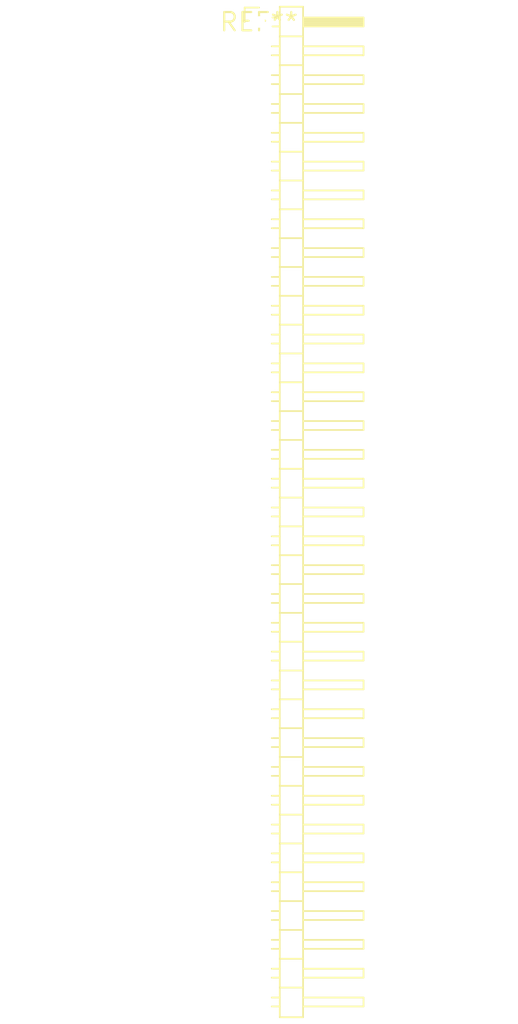
<source format=kicad_pcb>
(kicad_pcb (version 20240108) (generator pcbnew)
  (layers (0 "F.Cu" signal) (31 "B.Cu" signal) (34 "B.Paste" user) (35 "F.Paste" user) (36 "B.SilkS" user "B.Silkscreen") (37 "F.SilkS" user "F.Silkscreen") (38 "B.Mask" user) (39 "F.Mask" user) (44 "Edge.Cuts" user))
  (net 0 "")
  (footprint "PinHeader_1x35_P2.00mm_Horizontal" (layer "F.Cu") (at 0 0)
    (property "Reference" "REF**")
    (property "Value" "PinHeader_1x35_P2.00mm_Horizontal")
    (fp_line (start -1 -1) (end 0 -1) (layer "F.SilkS") (stroke (width 0.12)))
    (fp_line (start -1 0) (end -1 -1) (layer "F.SilkS") (stroke (width 0.12)))
    (fp_line (start 0.882114 1.69) (end 1.44 1.69) (layer "F.SilkS") (stroke (width 0.12)))
    (fp_line (start 0.882114 2.31) (end 1.44 2.31) (layer "F.SilkS") (stroke (width 0.12)))
    (fp_line (start 0.882114 3.69) (end 1.44 3.69) (layer "F.SilkS") (stroke (width 0.12)))
    (fp_line (start 0.882114 4.31) (end 1.44 4.31) (layer "F.SilkS") (stroke (width 0.12)))
    (fp_line (start 0.882114 5.69) (end 1.44 5.69) (layer "F.SilkS") (stroke (width 0.12)))
    (fp_line (start 0.882114 6.31) (end 1.44 6.31) (layer "F.SilkS") (stroke (width 0.12)))
    (fp_line (start 0.882114 7.69) (end 1.44 7.69) (layer "F.SilkS") (stroke (width 0.12)))
    (fp_line (start 0.882114 8.31) (end 1.44 8.31) (layer "F.SilkS") (stroke (width 0.12)))
    (fp_line (start 0.882114 9.69) (end 1.44 9.69) (layer "F.SilkS") (stroke (width 0.12)))
    (fp_line (start 0.882114 10.31) (end 1.44 10.31) (layer "F.SilkS") (stroke (width 0.12)))
    (fp_line (start 0.882114 11.69) (end 1.44 11.69) (layer "F.SilkS") (stroke (width 0.12)))
    (fp_line (start 0.882114 12.31) (end 1.44 12.31) (layer "F.SilkS") (stroke (width 0.12)))
    (fp_line (start 0.882114 13.69) (end 1.44 13.69) (layer "F.SilkS") (stroke (width 0.12)))
    (fp_line (start 0.882114 14.31) (end 1.44 14.31) (layer "F.SilkS") (stroke (width 0.12)))
    (fp_line (start 0.882114 15.69) (end 1.44 15.69) (layer "F.SilkS") (stroke (width 0.12)))
    (fp_line (start 0.882114 16.31) (end 1.44 16.31) (layer "F.SilkS") (stroke (width 0.12)))
    (fp_line (start 0.882114 17.69) (end 1.44 17.69) (layer "F.SilkS") (stroke (width 0.12)))
    (fp_line (start 0.882114 18.31) (end 1.44 18.31) (layer "F.SilkS") (stroke (width 0.12)))
    (fp_line (start 0.882114 19.69) (end 1.44 19.69) (layer "F.SilkS") (stroke (width 0.12)))
    (fp_line (start 0.882114 20.31) (end 1.44 20.31) (layer "F.SilkS") (stroke (width 0.12)))
    (fp_line (start 0.882114 21.69) (end 1.44 21.69) (layer "F.SilkS") (stroke (width 0.12)))
    (fp_line (start 0.882114 22.31) (end 1.44 22.31) (layer "F.SilkS") (stroke (width 0.12)))
    (fp_line (start 0.882114 23.69) (end 1.44 23.69) (layer "F.SilkS") (stroke (width 0.12)))
    (fp_line (start 0.882114 24.31) (end 1.44 24.31) (layer "F.SilkS") (stroke (width 0.12)))
    (fp_line (start 0.882114 25.69) (end 1.44 25.69) (layer "F.SilkS") (stroke (width 0.12)))
    (fp_line (start 0.882114 26.31) (end 1.44 26.31) (layer "F.SilkS") (stroke (width 0.12)))
    (fp_line (start 0.882114 27.69) (end 1.44 27.69) (layer "F.SilkS") (stroke (width 0.12)))
    (fp_line (start 0.882114 28.31) (end 1.44 28.31) (layer "F.SilkS") (stroke (width 0.12)))
    (fp_line (start 0.882114 29.69) (end 1.44 29.69) (layer "F.SilkS") (stroke (width 0.12)))
    (fp_line (start 0.882114 30.31) (end 1.44 30.31) (layer "F.SilkS") (stroke (width 0.12)))
    (fp_line (start 0.882114 31.69) (end 1.44 31.69) (layer "F.SilkS") (stroke (width 0.12)))
    (fp_line (start 0.882114 32.31) (end 1.44 32.31) (layer "F.SilkS") (stroke (width 0.12)))
    (fp_line (start 0.882114 33.69) (end 1.44 33.69) (layer "F.SilkS") (stroke (width 0.12)))
    (fp_line (start 0.882114 34.31) (end 1.44 34.31) (layer "F.SilkS") (stroke (width 0.12)))
    (fp_line (start 0.882114 35.69) (end 1.44 35.69) (layer "F.SilkS") (stroke (width 0.12)))
    (fp_line (start 0.882114 36.31) (end 1.44 36.31) (layer "F.SilkS") (stroke (width 0.12)))
    (fp_line (start 0.882114 37.69) (end 1.44 37.69) (layer "F.SilkS") (stroke (width 0.12)))
    (fp_line (start 0.882114 38.31) (end 1.44 38.31) (layer "F.SilkS") (stroke (width 0.12)))
    (fp_line (start 0.882114 39.69) (end 1.44 39.69) (layer "F.SilkS") (stroke (width 0.12)))
    (fp_line (start 0.882114 40.31) (end 1.44 40.31) (layer "F.SilkS") (stroke (width 0.12)))
    (fp_line (start 0.882114 41.69) (end 1.44 41.69) (layer "F.SilkS") (stroke (width 0.12)))
    (fp_line (start 0.882114 42.31) (end 1.44 42.31) (layer "F.SilkS") (stroke (width 0.12)))
    (fp_line (start 0.882114 43.69) (end 1.44 43.69) (layer "F.SilkS") (stroke (width 0.12)))
    (fp_line (start 0.882114 44.31) (end 1.44 44.31) (layer "F.SilkS") (stroke (width 0.12)))
    (fp_line (start 0.882114 45.69) (end 1.44 45.69) (layer "F.SilkS") (stroke (width 0.12)))
    (fp_line (start 0.882114 46.31) (end 1.44 46.31) (layer "F.SilkS") (stroke (width 0.12)))
    (fp_line (start 0.882114 47.69) (end 1.44 47.69) (layer "F.SilkS") (stroke (width 0.12)))
    (fp_line (start 0.882114 48.31) (end 1.44 48.31) (layer "F.SilkS") (stroke (width 0.12)))
    (fp_line (start 0.882114 49.69) (end 1.44 49.69) (layer "F.SilkS") (stroke (width 0.12)))
    (fp_line (start 0.882114 50.31) (end 1.44 50.31) (layer "F.SilkS") (stroke (width 0.12)))
    (fp_line (start 0.882114 51.69) (end 1.44 51.69) (layer "F.SilkS") (stroke (width 0.12)))
    (fp_line (start 0.882114 52.31) (end 1.44 52.31) (layer "F.SilkS") (stroke (width 0.12)))
    (fp_line (start 0.882114 53.69) (end 1.44 53.69) (layer "F.SilkS") (stroke (width 0.12)))
    (fp_line (start 0.882114 54.31) (end 1.44 54.31) (layer "F.SilkS") (stroke (width 0.12)))
    (fp_line (start 0.882114 55.69) (end 1.44 55.69) (layer "F.SilkS") (stroke (width 0.12)))
    (fp_line (start 0.882114 56.31) (end 1.44 56.31) (layer "F.SilkS") (stroke (width 0.12)))
    (fp_line (start 0.882114 57.69) (end 1.44 57.69) (layer "F.SilkS") (stroke (width 0.12)))
    (fp_line (start 0.882114 58.31) (end 1.44 58.31) (layer "F.SilkS") (stroke (width 0.12)))
    (fp_line (start 0.882114 59.69) (end 1.44 59.69) (layer "F.SilkS") (stroke (width 0.12)))
    (fp_line (start 0.882114 60.31) (end 1.44 60.31) (layer "F.SilkS") (stroke (width 0.12)))
    (fp_line (start 0.882114 61.69) (end 1.44 61.69) (layer "F.SilkS") (stroke (width 0.12)))
    (fp_line (start 0.882114 62.31) (end 1.44 62.31) (layer "F.SilkS") (stroke (width 0.12)))
    (fp_line (start 0.882114 63.69) (end 1.44 63.69) (layer "F.SilkS") (stroke (width 0.12)))
    (fp_line (start 0.882114 64.31) (end 1.44 64.31) (layer "F.SilkS") (stroke (width 0.12)))
    (fp_line (start 0.882114 65.69) (end 1.44 65.69) (layer "F.SilkS") (stroke (width 0.12)))
    (fp_line (start 0.882114 66.31) (end 1.44 66.31) (layer "F.SilkS") (stroke (width 0.12)))
    (fp_line (start 0.882114 67.69) (end 1.44 67.69) (layer "F.SilkS") (stroke (width 0.12)))
    (fp_line (start 0.882114 68.31) (end 1.44 68.31) (layer "F.SilkS") (stroke (width 0.12)))
    (fp_line (start 0.935 -0.31) (end 1.44 -0.31) (layer "F.SilkS") (stroke (width 0.12)))
    (fp_line (start 0.935 0.31) (end 1.44 0.31) (layer "F.SilkS") (stroke (width 0.12)))
    (fp_line (start 1.44 -1.06) (end 1.44 69.06) (layer "F.SilkS") (stroke (width 0.12)))
    (fp_line (start 1.44 1) (end 3.06 1) (layer "F.SilkS") (stroke (width 0.12)))
    (fp_line (start 1.44 3) (end 3.06 3) (layer "F.SilkS") (stroke (width 0.12)))
    (fp_line (start 1.44 5) (end 3.06 5) (layer "F.SilkS") (stroke (width 0.12)))
    (fp_line (start 1.44 7) (end 3.06 7) (layer "F.SilkS") (stroke (width 0.12)))
    (fp_line (start 1.44 9) (end 3.06 9) (layer "F.SilkS") (stroke (width 0.12)))
    (fp_line (start 1.44 11) (end 3.06 11) (layer "F.SilkS") (stroke (width 0.12)))
    (fp_line (start 1.44 13) (end 3.06 13) (layer "F.SilkS") (stroke (width 0.12)))
    (fp_line (start 1.44 15) (end 3.06 15) (layer "F.SilkS") (stroke (width 0.12)))
    (fp_line (start 1.44 17) (end 3.06 17) (layer "F.SilkS") (stroke (width 0.12)))
    (fp_line (start 1.44 19) (end 3.06 19) (layer "F.SilkS") (stroke (width 0.12)))
    (fp_line (start 1.44 21) (end 3.06 21) (layer "F.SilkS") (stroke (width 0.12)))
    (fp_line (start 1.44 23) (end 3.06 23) (layer "F.SilkS") (stroke (width 0.12)))
    (fp_line (start 1.44 25) (end 3.06 25) (layer "F.SilkS") (stroke (width 0.12)))
    (fp_line (start 1.44 27) (end 3.06 27) (layer "F.SilkS") (stroke (width 0.12)))
    (fp_line (start 1.44 29) (end 3.06 29) (layer "F.SilkS") (stroke (width 0.12)))
    (fp_line (start 1.44 31) (end 3.06 31) (layer "F.SilkS") (stroke (width 0.12)))
    (fp_line (start 1.44 33) (end 3.06 33) (layer "F.SilkS") (stroke (width 0.12)))
    (fp_line (start 1.44 35) (end 3.06 35) (layer "F.SilkS") (stroke (width 0.12)))
    (fp_line (start 1.44 37) (end 3.06 37) (layer "F.SilkS") (stroke (width 0.12)))
    (fp_line (start 1.44 39) (end 3.06 39) (layer "F.SilkS") (stroke (width 0.12)))
    (fp_line (start 1.44 41) (end 3.06 41) (layer "F.SilkS") (stroke (width 0.12)))
    (fp_line (start 1.44 43) (end 3.06 43) (layer "F.SilkS") (stroke (width 0.12)))
    (fp_line (start 1.44 45) (end 3.06 45) (layer "F.SilkS") (stroke (width 0.12)))
    (fp_line (start 1.44 47) (end 3.06 47) (layer "F.SilkS") (stroke (width 0.12)))
    (fp_line (start 1.44 49) (end 3.06 49) (layer "F.SilkS") (stroke (width 0.12)))
    (fp_line (start 1.44 51) (end 3.06 51) (layer "F.SilkS") (stroke (width 0.12)))
    (fp_line (start 1.44 53) (end 3.06 53) (layer "F.SilkS") (stroke (width 0.12)))
    (fp_line (start 1.44 55) (end 3.06 55) (layer "F.SilkS") (stroke (width 0.12)))
    (fp_line (start 1.44 57) (end 3.06 57) (layer "F.SilkS") (stroke (width 0.12)))
    (fp_line (start 1.44 59) (end 3.06 59) (layer "F.SilkS") (stroke (width 0.12)))
    (fp_line (start 1.44 61) (end 3.06 61) (layer "F.SilkS") (stroke (width 0.12)))
    (fp_line (start 1.44 63) (end 3.06 63) (layer "F.SilkS") (stroke (width 0.12)))
    (fp_line (start 1.44 65) (end 3.06 65) (layer "F.SilkS") (stroke (width 0.12)))
    (fp_line (start 1.44 67) (end 3.06 67) (layer "F.SilkS") (stroke (width 0.12)))
    (fp_line (start 1.44 69.06) (end 3.06 69.06) (layer "F.SilkS") (stroke (width 0.12)))
    (fp_line (start 3.06 -1.06) (end 1.44 -1.06) (layer "F.SilkS") (stroke (width 0.12)))
    (fp_line (start 3.06 -0.31) (end 7.26 -0.31) (layer "F.SilkS") (stroke (width 0.12)))
    (fp_line (start 3.06 -0.25) (end 7.26 -0.25) (layer "F.SilkS") (stroke (width 0.12)))
    (fp_line (start 3.06 -0.13) (end 7.26 -0.13) (layer "F.SilkS") (stroke (width 0.12)))
    (fp_line (start 3.06 -0.01) (end 7.26 -0.01) (layer "F.SilkS") (stroke (width 0.12)))
    (fp_line (start 3.06 0.11) (end 7.26 0.11) (layer "F.SilkS") (stroke (width 0.12)))
    (fp_line (start 3.06 0.23) (end 7.26 0.23) (layer "F.SilkS") (stroke (width 0.12)))
    (fp_line (start 3.06 1.69) (end 7.26 1.69) (layer "F.SilkS") (stroke (width 0.12)))
    (fp_line (start 3.06 3.69) (end 7.26 3.69) (layer "F.SilkS") (stroke (width 0.12)))
    (fp_line (start 3.06 5.69) (end 7.26 5.69) (layer "F.SilkS") (stroke (width 0.12)))
    (fp_line (start 3.06 7.69) (end 7.26 7.69) (layer "F.SilkS") (stroke (width 0.12)))
    (fp_line (start 3.06 9.69) (end 7.26 9.69) (layer "F.SilkS") (stroke (width 0.12)))
    (fp_line (start 3.06 11.69) (end 7.26 11.69) (layer "F.SilkS") (stroke (width 0.12)))
    (fp_line (start 3.06 13.69) (end 7.26 13.69) (layer "F.SilkS") (stroke (width 0.12)))
    (fp_line (start 3.06 15.69) (end 7.26 15.69) (layer "F.SilkS") (stroke (width 0.12)))
    (fp_line (start 3.06 17.69) (end 7.26 17.69) (layer "F.SilkS") (stroke (width 0.12)))
    (fp_line (start 3.06 19.69) (end 7.26 19.69) (layer "F.SilkS") (stroke (width 0.12)))
    (fp_line (start 3.06 21.69) (end 7.26 21.69) (layer "F.SilkS") (stroke (width 0.12)))
    (fp_line (start 3.06 23.69) (end 7.26 23.69) (layer "F.SilkS") (stroke (width 0.12)))
    (fp_line (start 3.06 25.69) (end 7.26 25.69) (layer "F.SilkS") (stroke (width 0.12)))
    (fp_line (start 3.06 27.69) (end 7.26 27.69) (layer "F.SilkS") (stroke (width 0.12)))
    (fp_line (start 3.06 29.69) (end 7.26 29.69) (layer "F.SilkS") (stroke (width 0.12)))
    (fp_line (start 3.06 31.69) (end 7.26 31.69) (layer "F.SilkS") (stroke (width 0.12)))
    (fp_line (start 3.06 33.69) (end 7.26 33.69) (layer "F.SilkS") (stroke (width 0.12)))
    (fp_line (start 3.06 35.69) (end 7.26 35.69) (layer "F.SilkS") (stroke (width 0.12)))
    (fp_line (start 3.06 37.69) (end 7.26 37.69) (layer "F.SilkS") (stroke (width 0.12)))
    (fp_line (start 3.06 39.69) (end 7.26 39.69) (layer "F.SilkS") (stroke (width 0.12)))
    (fp_line (start 3.06 41.69) (end 7.26 41.69) (layer "F.SilkS") (stroke (width 0.12)))
    (fp_line (start 3.06 43.69) (end 7.26 43.69) (layer "F.SilkS") (stroke (width 0.12)))
    (fp_line (start 3.06 45.69) (end 7.26 45.69) (layer "F.SilkS") (stroke (width 0.12)))
    (fp_line (start 3.06 47.69) (end 7.26 47.69) (layer "F.SilkS") (stroke (width 0.12)))
    (fp_line (start 3.06 49.69) (end 7.26 49.69) (layer "F.SilkS") (stroke (width 0.12)))
    (fp_line (start 3.06 51.69) (end 7.26 51.69) (layer "F.SilkS") (stroke (width 0.12)))
    (fp_line (start 3.06 53.69) (end 7.26 53.69) (layer "F.SilkS") (stroke (width 0.12)))
    (fp_line (start 3.06 55.69) (end 7.26 55.69) (layer "F.SilkS") (stroke (width 0.12)))
    (fp_line (start 3.06 57.69) (end 7.26 57.69) (layer "F.SilkS") (stroke (width 0.12)))
    (fp_line (start 3.06 59.69) (end 7.26 59.69) (layer "F.SilkS") (stroke (width 0.12)))
    (fp_line (start 3.06 61.69) (end 7.26 61.69) (layer "F.SilkS") (stroke (width 0.12)))
    (fp_line (start 3.06 63.69) (end 7.26 63.69) (layer "F.SilkS") (stroke (width 0.12)))
    (fp_line (start 3.06 65.69) (end 7.26 65.69) (layer "F.SilkS") (stroke (width 0.12)))
    (fp_line (start 3.06 67.69) (end 7.26 67.69) (layer "F.SilkS") (stroke (width 0.12)))
    (fp_line (start 3.06 69.06) (end 3.06 -1.06) (layer "F.SilkS") (stroke (width 0.12)))
    (fp_line (start 7.26 -0.31) (end 7.26 0.31) (layer "F.SilkS") (stroke (width 0.12)))
    (fp_line (start 7.26 0.31) (end 3.06 0.31) (layer "F.SilkS") (stroke (width 0.12)))
    (fp_line (start 7.26 1.69) (end 7.26 2.31) (layer "F.SilkS") (stroke (width 0.12)))
    (fp_line (start 7.26 2.31) (end 3.06 2.31) (layer "F.SilkS") (stroke (width 0.12)))
    (fp_line (start 7.26 3.69) (end 7.26 4.31) (layer "F.SilkS") (stroke (width 0.12)))
    (fp_line (start 7.26 4.31) (end 3.06 4.31) (layer "F.SilkS") (stroke (width 0.12)))
    (fp_line (start 7.26 5.69) (end 7.26 6.31) (layer "F.SilkS") (stroke (width 0.12)))
    (fp_line (start 7.26 6.31) (end 3.06 6.31) (layer "F.SilkS") (stroke (width 0.12)))
    (fp_line (start 7.26 7.69) (end 7.26 8.31) (layer "F.SilkS") (stroke (width 0.12)))
    (fp_line (start 7.26 8.31) (end 3.06 8.31) (layer "F.SilkS") (stroke (width 0.12)))
    (fp_line (start 7.26 9.69) (end 7.26 10.31) (layer "F.SilkS") (stroke (width 0.12)))
    (fp_line (start 7.26 10.31) (end 3.06 10.31) (layer "F.SilkS") (stroke (width 0.12)))
    (fp_line (start 7.26 11.69) (end 7.26 12.31) (layer "F.SilkS") (stroke (width 0.12)))
    (fp_line (start 7.26 12.31) (end 3.06 12.31) (layer "F.SilkS") (stroke (width 0.12)))
    (fp_line (start 7.26 13.69) (end 7.26 14.31) (layer "F.SilkS") (stroke (width 0.12)))
    (fp_line (start 7.26 14.31) (end 3.06 14.31) (layer "F.SilkS") (stroke (width 0.12)))
    (fp_line (start 7.26 15.69) (end 7.26 16.31) (layer "F.SilkS") (stroke (width 0.12)))
    (fp_line (start 7.26 16.31) (end 3.06 16.31) (layer "F.SilkS") (stroke (width 0.12)))
    (fp_line (start 7.26 17.69) (end 7.26 18.31) (layer "F.SilkS") (stroke (width 0.12)))
    (fp_line (start 7.26 18.31) (end 3.06 18.31) (layer "F.SilkS") (stroke (width 0.12)))
    (fp_line (start 7.26 19.69) (end 7.26 20.31) (layer "F.SilkS") (stroke (width 0.12)))
    (fp_line (start 7.26 20.31) (end 3.06 20.31) (layer "F.SilkS") (stroke (width 0.12)))
    (fp_line (start 7.26 21.69) (end 7.26 22.31) (layer "F.SilkS") (stroke (width 0.12)))
    (fp_line (start 7.26 22.31) (end 3.06 22.31) (layer "F.SilkS") (stroke (width 0.12)))
    (fp_line (start 7.26 23.69) (end 7.26 24.31) (layer "F.SilkS") (stroke (width 0.12)))
    (fp_line (start 7.26 24.31) (end 3.06 24.31) (layer "F.SilkS") (stroke (width 0.12)))
    (fp_line (start 7.26 25.69) (end 7.26 26.31) (layer "F.SilkS") (stroke (width 0.12)))
    (fp_line (start 7.26 26.31) (end 3.06 26.31) (layer "F.SilkS") (stroke (width 0.12)))
    (fp_line (start 7.26 27.69) (end 7.26 28.31) (layer "F.SilkS") (stroke (width 0.12)))
    (fp_line (start 7.26 28.31) (end 3.06 28.31) (layer "F.SilkS") (stroke (width 0.12)))
    (fp_line (start 7.26 29.69) (end 7.26 30.31) (layer "F.SilkS") (stroke (width 0.12)))
    (fp_line (start 7.26 30.31) (end 3.06 30.31) (layer "F.SilkS") (stroke (width 0.12)))
    (fp_line (start 7.26 31.69) (end 7.26 32.31) (layer "F.SilkS") (stroke (width 0.12)))
    (fp_line (start 7.26 32.31) (end 3.06 32.31) (layer "F.SilkS") (stroke (width 0.12)))
    (fp_line (start 7.26 33.69) (end 7.26 34.31) (layer "F.SilkS") (stroke (width 0.12)))
    (fp_line (start 7.26 34.31) (end 3.06 34.31) (layer "F.SilkS") (stroke (width 0.12)))
    (fp_line (start 7.26 35.69) (end 7.26 36.31) (layer "F.SilkS") (stroke (width 0.12)))
    (fp_line (start 7.26 36.31) (end 3.06 36.31) (layer "F.SilkS") (stroke (width 0.12)))
    (fp_line (start 7.26 37.69) (end 7.26 38.31) (layer "F.SilkS") (stroke (width 0.12)))
    (fp_line (start 7.26 38.31) (end 3.06 38.31) (layer "F.SilkS") (stroke (width 0.12)))
    (fp_line (start 7.26 39.69) (end 7.26 40.31) (layer "F.SilkS") (stroke (width 0.12)))
    (fp_line (start 7.26 40.31) (end 3.06 40.31) (layer "F.SilkS") (stroke (width 0.12)))
    (fp_line (start 7.26 41.69) (end 7.26 42.31) (layer "F.SilkS") (stroke (width 0.12)))
    (fp_line (start 7.26 42.31) (end 3.06 42.31) (layer "F.SilkS") (stroke (width 0.12)))
    (fp_line (start 7.26 43.69) (end 7.26 44.31) (layer "F.SilkS") (stroke (width 0.12)))
    (fp_line (start 7.26 44.31) (end 3.06 44.31) (layer "F.SilkS") (stroke (width 0.12)))
    (fp_line (start 7.26 45.69) (end 7.26 46.31) (layer "F.SilkS") (stroke (width 0.12)))
    (fp_line (start 7.26 46.31) (end 3.06 46.31) (layer "F.SilkS") (stroke (width 0.12)))
    (fp_line (start 7.26 47.69) (end 7.26 48.31) (layer "F.SilkS") (stroke (width 0.12)))
    (fp_line (start 7.26 48.31) (end 3.06 48.31) (layer "F.SilkS") (stroke (width 0.12)))
    (fp_line (start 7.26 49.69) (end 7.26 50.31) (layer "F.SilkS") (stroke (width 0.12)))
    (fp_line (start 7.26 50.31) (end 3.06 50.31) (layer "F.SilkS") (stroke (width 0.12)))
    (fp_line (start 7.26 51.69) (end 7.26 52.31) (layer "F.SilkS") (stroke (width 0.12)))
    (fp_line (start 7.26 52.31) (end 3.06 52.31) (layer "F.SilkS") (stroke (width 0.12)))
    (fp_line (start 7.26 53.69) (end 7.26 54.31) (layer "F.SilkS") (stroke (width 0.12)))
    (fp_line (start 7.26 54.31) (end 3.06 54.31) (layer "F.SilkS") (stroke (width 0.12)))
    (fp_line (start 7.26 55.69) (end 7.26 56.31) (layer "F.SilkS") (stroke (width 0.12)))
    (fp_line (start 7.26 56.31) (end 3.06 56.31) (layer "F.SilkS") (stroke (width 0.12)))
    (fp_line (start 7.26 57.69) (end 7.26 58.31) (layer "F.SilkS") (stroke (width 0.12)))
    (fp_line (start 7.26 58.31) (end 3.06 58.31) (layer "F.SilkS") (stroke (width 0.12)))
    (fp_line (start 7.26 59.69) (end 7.26 60.31) (layer "F.SilkS") (stroke (width 0.12)))
    (fp_line (start 7.26 60.31) (end 3.06 60.31) (layer "F.SilkS") (stroke (width 0.12)))
    (fp_line (start 7.26 61.69) (end 7.26 62.31) (layer "F.SilkS") (stroke (width 0.12)))
    (fp_line (start 7.26 62.31) (end 3.06 62.31) (layer "F.SilkS") (stroke (width 0.12)))
    (fp_line (start 7.26 63.69) (end 7.26 64.31) (layer "F.SilkS") (stroke (width 0.12)))
    (fp_line (start 7.26 64.31) (end 3.06 64.31) (layer "F.SilkS") (stroke (width 0.12)))
    (fp_line (start 7.26 65.69) (end 7.26 66.31) (layer "F.SilkS") (stroke (width 0.12)))
    (fp_line (start 7.26 66.31) (end 3.06 66.31) (layer "F.SilkS") (stroke (width 0.12)))
    (fp_line (start 7.26 67.69) (end 7.26 68.31) (layer "F.SilkS") (stroke (width 0.12)))
    (fp_line (start 7.26 68.31) (end 3.06 68.31) (layer "F.SilkS") (stroke (width 0.12)))
    (pad "1" thru_hole rect (at 0 0) (size 1.35 1.35) (drill 0.8) (layers *.Cu *.Mask) (remove_unused_layers))
    (pad "2" thru_hole oval (at 0 2) (size 1.35 1.35) (drill 0.8) (layers *.Cu *.Mask) (remove_unused_layers))
    (pad "3" thru_hole oval (at 0 4) (size 1.35 1.35) (drill 0.8) (layers *.Cu *.Mask) (remove_unused_layers))
    (pad "4" thru_hole oval (at 0 6) (size 1.35 1.35) (drill 0.8) (layers *.Cu *.Mask) (remove_unused_layers))
    (pad "5" thru_hole oval (at 0 8) (size 1.35 1.35) (drill 0.8) (layers *.Cu *.Mask) (remove_unused_layers))
    (pad "6" thru_hole oval (at 0 10) (size 1.35 1.35) (drill 0.8) (layers *.Cu *.Mask) (remove_unused_layers))
    (pad "7" thru_hole oval (at 0 12) (size 1.35 1.35) (drill 0.8) (layers *.Cu *.Mask) (remove_unused_layers))
    (pad "8" thru_hole oval (at 0 14) (size 1.35 1.35) (drill 0.8) (layers *.Cu *.Mask) (remove_unused_layers))
    (pad "9" thru_hole oval (at 0 16) (size 1.35 1.35) (drill 0.8) (layers *.Cu *.Mask) (remove_unused_layers))
    (pad "10" thru_hole oval (at 0 18) (size 1.35 1.35) (drill 0.8) (layers *.Cu *.Mask) (remove_unused_layers))
    (pad "11" thru_hole oval (at 0 20) (size 1.35 1.35) (drill 0.8) (layers *.Cu *.Mask) (remove_unused_layers))
    (pad "12" thru_hole oval (at 0 22) (size 1.35 1.35) (drill 0.8) (layers *.Cu *.Mask) (remove_unused_layers))
    (pad "13" thru_hole oval (at 0 24) (size 1.35 1.35) (drill 0.8) (layers *.Cu *.Mask) (remove_unused_layers))
    (pad "14" thru_hole oval (at 0 26) (size 1.35 1.35) (drill 0.8) (layers *.Cu *.Mask) (remove_unused_layers))
    (pad "15" thru_hole oval (at 0 28) (size 1.35 1.35) (drill 0.8) (layers *.Cu *.Mask) (remove_unused_layers))
    (pad "16" thru_hole oval (at 0 30) (size 1.35 1.35) (drill 0.8) (layers *.Cu *.Mask) (remove_unused_layers))
    (pad "17" thru_hole oval (at 0 32) (size 1.35 1.35) (drill 0.8) (layers *.Cu *.Mask) (remove_unused_layers))
    (pad "18" thru_hole oval (at 0 34) (size 1.35 1.35) (drill 0.8) (layers *.Cu *.Mask) (remove_unused_layers))
    (pad "19" thru_hole oval (at 0 36) (size 1.35 1.35) (drill 0.8) (layers *.Cu *.Mask) (remove_unused_layers))
    (pad "20" thru_hole oval (at 0 38) (size 1.35 1.35) (drill 0.8) (layers *.Cu *.Mask) (remove_unused_layers))
    (pad "21" thru_hole oval (at 0 40) (size 1.35 1.35) (drill 0.8) (layers *.Cu *.Mask) (remove_unused_layers))
    (pad "22" thru_hole oval (at 0 42) (size 1.35 1.35) (drill 0.8) (layers *.Cu *.Mask) (remove_unused_layers))
    (pad "23" thru_hole oval (at 0 44) (size 1.35 1.35) (drill 0.8) (layers *.Cu *.Mask) (remove_unused_layers))
    (pad "24" thru_hole oval (at 0 46) (size 1.35 1.35) (drill 0.8) (layers *.Cu *.Mask) (remove_unused_layers))
    (pad "25" thru_hole oval (at 0 48) (size 1.35 1.35) (drill 0.8) (layers *.Cu *.Mask) (remove_unused_layers))
    (pad "26" thru_hole oval (at 0 50) (size 1.35 1.35) (drill 0.8) (layers *.Cu *.Mask) (remove_unused_layers))
    (pad "27" thru_hole oval (at 0 52) (size 1.35 1.35) (drill 0.8) (layers *.Cu *.Mask) (remove_unused_layers))
    (pad "28" thru_hole oval (at 0 54) (size 1.35 1.35) (drill 0.8) (layers *.Cu *.Mask) (remove_unused_layers))
    (pad "29" thru_hole oval (at 0 56) (size 1.35 1.35) (drill 0.8) (layers *.Cu *.Mask) (remove_unused_layers))
    (pad "30" thru_hole oval (at 0 58) (size 1.35 1.35) (drill 0.8) (layers *.Cu *.Mask) (remove_unused_layers))
    (pad "31" thru_hole oval (at 0 60) (size 1.35 1.35) (drill 0.8) (layers *.Cu *.Mask) (remove_unused_layers))
    (pad "32" thru_hole oval (at 0 62) (size 1.35 1.35) (drill 0.8) (layers *.Cu *.Mask) (remove_unused_layers))
    (pad "33" thru_hole oval (at 0 64) (size 1.35 1.35) (drill 0.8) (layers *.Cu *.Mask) (remove_unused_layers))
    (pad "34" thru_hole oval (at 0 66) (size 1.35 1.35) (drill 0.8) (layers *.Cu *.Mask) (remove_unused_layers))
    (pad "35" thru_hole oval (at 0 68) (size 1.35 1.35) (drill 0.8) (layers *.Cu *.Mask) (remove_unused_layers))
  )
)
</source>
